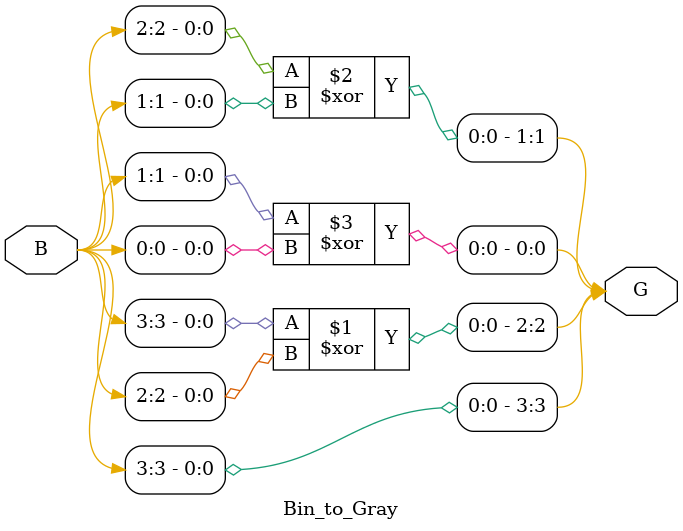
<source format=v>
`timescale 10ns / 1ps

module Bin_to_Gray(
    input  [3:0] B,
    output [3:0] G
);

    assign G[3] = B[3];
    assign G[2] = B[3] ^ B[2];
    assign G[1] = B[2] ^ B[1];
    assign G[0] = B[1] ^ B[0];

endmodule
</source>
